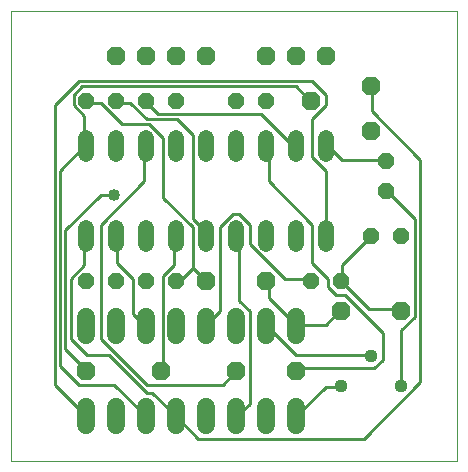
<source format=gtl>
G75*
%MOIN*%
%OFA0B0*%
%FSLAX25Y25*%
%IPPOS*%
%LPD*%
%AMOC8*
5,1,8,0,0,1.08239X$1,22.5*
%
%ADD10C,0.00000*%
%ADD11C,0.05200*%
%ADD12OC8,0.06300*%
%ADD13OC8,0.05200*%
%ADD14C,0.06000*%
%ADD15C,0.04400*%
%ADD16C,0.01000*%
%ADD17C,0.04000*%
D10*
X0001000Y0001000D02*
X0001000Y0150961D01*
X0149701Y0150961D01*
X0149701Y0001000D01*
X0001000Y0001000D01*
D11*
X0026000Y0073400D02*
X0026000Y0078600D01*
X0036000Y0078600D02*
X0036000Y0073400D01*
X0046000Y0073400D02*
X0046000Y0078600D01*
X0056000Y0078600D02*
X0056000Y0073400D01*
X0066000Y0073400D02*
X0066000Y0078600D01*
X0076000Y0078600D02*
X0076000Y0073400D01*
X0086000Y0073400D02*
X0086000Y0078600D01*
X0096000Y0078600D02*
X0096000Y0073400D01*
X0106000Y0073400D02*
X0106000Y0078600D01*
X0106000Y0103400D02*
X0106000Y0108600D01*
X0096000Y0108600D02*
X0096000Y0103400D01*
X0086000Y0103400D02*
X0086000Y0108600D01*
X0076000Y0108600D02*
X0076000Y0103400D01*
X0066000Y0103400D02*
X0066000Y0108600D01*
X0056000Y0108600D02*
X0056000Y0103400D01*
X0046000Y0103400D02*
X0046000Y0108600D01*
X0036000Y0108600D02*
X0036000Y0103400D01*
X0026000Y0103400D02*
X0026000Y0108600D01*
D12*
X0036000Y0136000D03*
X0046000Y0136000D03*
X0056000Y0136000D03*
X0066000Y0136000D03*
X0086000Y0136000D03*
X0096000Y0136000D03*
X0106000Y0136000D03*
X0101000Y0121000D03*
X0121000Y0126000D03*
X0121000Y0111000D03*
X0086000Y0061000D03*
X0066000Y0061000D03*
X0076000Y0031000D03*
X0096000Y0031000D03*
X0111000Y0051000D03*
X0131000Y0051000D03*
X0051000Y0031000D03*
X0026000Y0031000D03*
D13*
X0026000Y0061000D03*
X0036000Y0061000D03*
X0046000Y0061000D03*
X0056000Y0061000D03*
X0101000Y0061000D03*
X0111000Y0061000D03*
X0121000Y0076000D03*
X0131000Y0076000D03*
X0126000Y0091000D03*
X0126000Y0101000D03*
X0086000Y0121000D03*
X0076000Y0121000D03*
X0056000Y0121000D03*
X0046000Y0121000D03*
X0036000Y0121000D03*
X0026000Y0121000D03*
D14*
X0026000Y0049000D02*
X0026000Y0043000D01*
X0036000Y0043000D02*
X0036000Y0049000D01*
X0046000Y0049000D02*
X0046000Y0043000D01*
X0056000Y0043000D02*
X0056000Y0049000D01*
X0066000Y0049000D02*
X0066000Y0043000D01*
X0076000Y0043000D02*
X0076000Y0049000D01*
X0086000Y0049000D02*
X0086000Y0043000D01*
X0096000Y0043000D02*
X0096000Y0049000D01*
X0096000Y0019000D02*
X0096000Y0013000D01*
X0086000Y0013000D02*
X0086000Y0019000D01*
X0076000Y0019000D02*
X0076000Y0013000D01*
X0066000Y0013000D02*
X0066000Y0019000D01*
X0056000Y0019000D02*
X0056000Y0013000D01*
X0046000Y0013000D02*
X0046000Y0019000D01*
X0036000Y0019000D02*
X0036000Y0013000D01*
X0026000Y0013000D02*
X0026000Y0019000D01*
D15*
X0111000Y0026000D03*
X0121000Y0036000D03*
X0131000Y0026000D03*
D16*
X0131110Y0026360D01*
X0131110Y0044431D01*
X0135628Y0048949D01*
X0135628Y0081476D01*
X0126593Y0090512D01*
X0126000Y0091000D01*
X0126000Y0101000D02*
X0125689Y0101354D01*
X0111232Y0101354D01*
X0106715Y0105872D01*
X0106000Y0106000D01*
X0101293Y0102258D02*
X0101293Y0114907D01*
X0105811Y0119425D01*
X0105811Y0123039D01*
X0101293Y0127557D01*
X0023589Y0127557D01*
X0015457Y0119425D01*
X0015457Y0026360D01*
X0025396Y0016421D01*
X0026000Y0016000D01*
X0023589Y0026360D02*
X0017264Y0032685D01*
X0017264Y0097740D01*
X0025396Y0105872D01*
X0026000Y0106000D01*
X0025396Y0106776D01*
X0025396Y0115811D01*
X0021781Y0119425D01*
X0021781Y0123039D01*
X0024492Y0125750D01*
X0095872Y0125750D01*
X0100390Y0121232D01*
X0101000Y0121000D01*
X0095872Y0106776D02*
X0094065Y0106776D01*
X0084126Y0116715D01*
X0049791Y0116715D01*
X0046177Y0120329D01*
X0046000Y0121000D01*
X0040756Y0120329D02*
X0046177Y0114907D01*
X0056116Y0114907D01*
X0061537Y0109486D01*
X0061537Y0081476D01*
X0065152Y0077862D01*
X0065152Y0076055D01*
X0066000Y0076000D01*
X0061537Y0078766D02*
X0061537Y0065213D01*
X0057923Y0061598D01*
X0056116Y0061598D01*
X0056000Y0061000D01*
X0051598Y0062502D02*
X0055213Y0066116D01*
X0055213Y0075152D01*
X0056000Y0076000D01*
X0061537Y0078766D02*
X0051598Y0088705D01*
X0051598Y0108583D01*
X0047081Y0113100D01*
X0038045Y0113100D01*
X0030817Y0120329D01*
X0026299Y0120329D01*
X0026000Y0121000D01*
X0036000Y0121000D02*
X0036238Y0120329D01*
X0040756Y0120329D01*
X0045274Y0105872D02*
X0046000Y0106000D01*
X0045274Y0105872D02*
X0045274Y0094126D01*
X0030817Y0079669D01*
X0030817Y0041720D01*
X0046177Y0026360D01*
X0071476Y0026360D01*
X0075994Y0030878D01*
X0076000Y0031000D01*
X0080512Y0020035D02*
X0076898Y0016421D01*
X0076000Y0016000D01*
X0080512Y0020035D02*
X0080512Y0050756D01*
X0076898Y0054370D01*
X0076898Y0075152D01*
X0076000Y0076000D01*
X0080512Y0073344D02*
X0080512Y0079669D01*
X0076898Y0083283D01*
X0075091Y0083283D01*
X0070573Y0078766D01*
X0070573Y0050756D01*
X0066055Y0046238D01*
X0066000Y0046000D01*
X0066000Y0061000D02*
X0065152Y0061598D01*
X0061537Y0065213D01*
X0051598Y0062502D02*
X0051598Y0031781D01*
X0051000Y0031000D01*
X0047984Y0023650D02*
X0046177Y0023650D01*
X0033528Y0036299D01*
X0026299Y0036299D01*
X0020878Y0041720D01*
X0020878Y0061598D01*
X0025396Y0066116D01*
X0025396Y0075152D01*
X0026000Y0076000D01*
X0019071Y0077862D02*
X0019071Y0038106D01*
X0025396Y0031781D01*
X0026000Y0031000D01*
X0023589Y0026360D02*
X0035335Y0026360D01*
X0045274Y0016421D01*
X0046000Y0016000D01*
X0047984Y0023650D02*
X0055213Y0016421D01*
X0056000Y0016000D01*
X0056116Y0015518D01*
X0063344Y0008289D01*
X0118461Y0008289D01*
X0137435Y0027264D01*
X0137435Y0101354D01*
X0121171Y0117618D01*
X0121171Y0125750D01*
X0121000Y0126000D01*
X0101293Y0102258D02*
X0105811Y0097740D01*
X0105811Y0076055D01*
X0106000Y0076000D01*
X0101293Y0079669D02*
X0101293Y0067020D01*
X0106715Y0061598D01*
X0106715Y0058888D01*
X0109425Y0056177D01*
X0112136Y0056177D01*
X0124785Y0043528D01*
X0124785Y0034492D01*
X0122075Y0031781D01*
X0096776Y0031781D01*
X0096000Y0031000D01*
X0095872Y0036299D02*
X0086837Y0045335D01*
X0086000Y0046000D01*
X0086837Y0055274D02*
X0095872Y0046238D01*
X0096000Y0046000D01*
X0096776Y0046238D01*
X0105811Y0046238D01*
X0110329Y0050756D01*
X0111000Y0051000D01*
X0120268Y0051659D02*
X0111232Y0060695D01*
X0111000Y0061000D01*
X0111232Y0061598D01*
X0111232Y0066116D01*
X0120268Y0075152D01*
X0121000Y0076000D01*
X0101293Y0079669D02*
X0086837Y0094126D01*
X0086837Y0105872D01*
X0086000Y0106000D01*
X0095872Y0106776D02*
X0096000Y0106000D01*
X0080512Y0073344D02*
X0092258Y0061598D01*
X0100390Y0061598D01*
X0101000Y0061000D01*
X0086837Y0060695D02*
X0086837Y0055274D01*
X0086837Y0060695D02*
X0086000Y0061000D01*
X0095872Y0036299D02*
X0120268Y0036299D01*
X0121000Y0036000D01*
X0111000Y0026000D02*
X0110329Y0025457D01*
X0105811Y0025457D01*
X0096776Y0016421D01*
X0096000Y0016000D01*
X0120268Y0051659D02*
X0130207Y0051659D01*
X0131000Y0051000D01*
X0046000Y0046000D02*
X0045274Y0046238D01*
X0041659Y0049852D01*
X0041659Y0061598D01*
X0036238Y0067020D01*
X0036238Y0075152D01*
X0036000Y0076000D01*
X0035335Y0089608D02*
X0030817Y0089608D01*
X0019071Y0077862D01*
D17*
X0035335Y0089608D03*
M02*

</source>
